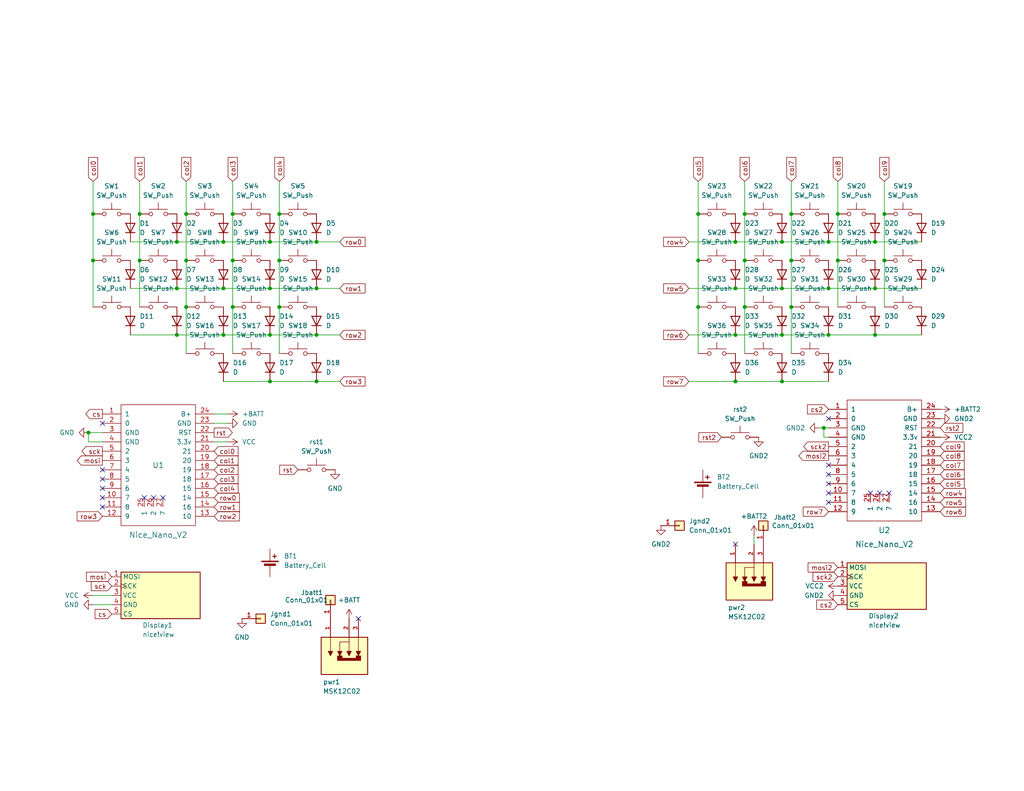
<source format=kicad_sch>
(kicad_sch (version 20231120) (generator "eeschema") (generator_version "8.0")
  (paper "USLetter")
  (title_block (title "LowKey36") (date "2024-11-16") (rev "1.2") (company "mattgilbert.co") (comment 1 "Matt Gilbert"))
  (lib_symbols
    (symbol "Connector_Generic:Conn_01x01" (pin_names (offset 1.016) hide)
      (property "Reference" "J" (at 0 2.54 0))
      (property "Value" "Conn_01x01" (at 0 -2.54 0))
      (symbol "Conn_01x01_1_1"
        (pin passive line (at -5.08 0 0) (length 3.81) (name "Pin_1") (number "1"))
      )
    )
    (symbol "Device:Battery_Cell" (pin_numbers hide) (pin_names (offset 0) hide)
      (property "Reference" "BT" (at 2.54 2.54 0))
      (property "Value" "Battery_Cell" (at 2.54 0 0))
      (symbol "Battery_Cell_1_1"
        (pin passive line (at 0 5.08 270) (length 2.54) (name "+") (number "1"))
        (pin passive line (at 0 -2.54 90) (length 2.54) (name "-") (number "2"))
      )
    )
    (symbol "Device:D" (pin_numbers hide) (pin_names (offset 1.016) hide)
      (property "Reference" "D" (at 0 2.54 0))
      (property "Value" "D" (at 0 -2.54 0))
      (symbol "D_1_1"
        (pin passive line (at -3.81 0 0) (length 2.54) (name "K") (number "1"))
        (pin passive line (at 3.81 0 180) (length 2.54) (name "A") (number "2"))
      )
    )
    (symbol "SSSS811101:SSSS811101" (pin_names (offset 1.016))
      (property "Reference" "S" (at -5.08 5.715 0))
      (property "Value" "SSSS811101" (at -5.08 -10.16 0))
      (symbol "SSSS811101_0_0"
        (pin passive line (at 10.16 2.54 180) (length 5.08) (name "~") (number "1"))
        (pin passive line (at 10.16 -2.54 180) (length 5.08) (name "~") (number "2"))
        (pin passive line (at 10.16 -5.08 180) (length 5.08) (name "~") (number "3"))
      )
    )
    (symbol "ScottoKeebs:MCU_Nice_Nano_V2" (pin_names (offset 1.016))
      (property "Reference" "U" (at 0 0 0))
      (property "Value" "Nice_Nano_V2" (at 0 -19.05 0))
      (symbol "MCU_Nice_Nano_V2_1_1"
        (pin input line (at -15.24 13.97 0) (length 5.08) (name "1") (number "1"))
        (pin input line (at -15.24 -8.89 0) (length 5.08) (name "7") (number "10"))
        (pin input line (at -15.24 -11.43 0) (length 5.08) (name "8") (number "11"))
        (pin input line (at -15.24 -13.97 0) (length 5.08) (name "9") (number "12"))
        (pin input line (at 15.24 -13.97 180) (length 5.08) (name "10") (number "13"))
        (pin input line (at 15.24 -11.43 180) (length 5.08) (name "16") (number "14"))
        (pin input line (at 15.24 -8.89 180) (length 5.08) (name "14") (number "15"))
        (pin input line (at 15.24 -6.35 180) (length 5.08) (name "15") (number "16"))
        (pin input line (at 15.24 -3.81 180) (length 5.08) (name "18") (number "17"))
        (pin input line (at 15.24 -1.27 180) (length 5.08) (name "19") (number "18"))
        (pin input line (at 15.24 1.27 180) (length 5.08) (name "20") (number "19"))
        (pin input line (at -15.24 11.43 0) (length 5.08) (name "0") (number "2"))
        (pin input line (at 15.24 3.81 180) (length 5.08) (name "21") (number "20"))
        (pin input line (at 15.24 6.35 180) (length 5.08) (name "3.3v") (number "21"))
        (pin input line (at 15.24 8.89 180) (length 5.08) (name "RST") (number "22"))
        (pin input line (at 15.24 11.43 180) (length 5.08) (name "GND") (number "23"))
        (pin input line (at 15.24 13.97 180) (length 5.08) (name "B+") (number "24"))
        (pin input line (at -3.81 -8.89 270) (length 2.5) (name "1") (number "25"))
        (pin input line (at -1.27 -8.89 270) (length 2.5) (name "2") (number "26"))
        (pin input line (at 1.27 -8.89 270) (length 2.5) (name "7") (number "27"))
        (pin input line (at -15.24 8.89 0) (length 5.08) (name "GND") (number "3"))
        (pin input line (at -15.24 6.35 0) (length 5.08) (name "GND") (number "4"))
        (pin input line (at -15.24 3.81 0) (length 5.08) (name "2") (number "5"))
        (pin input line (at -15.24 1.27 0) (length 5.08) (name "3") (number "6"))
        (pin input line (at -15.24 -1.27 0) (length 5.08) (name "4") (number "7"))
        (pin input line (at -15.24 -3.81 0) (length 5.08) (name "5") (number "8"))
        (pin input line (at -15.24 -6.35 0) (length 5.08) (name "6") (number "9"))
      )
    )
    (symbol "Switch:SW_Push" (pin_numbers hide) (pin_names (offset 1.016) hide)
      (property "Reference" "SW" (at 1.27 2.54 0))
      (property "Value" "SW_Push" (at 0 -1.524 0))
      (symbol "SW_Push_0_1"
        (pin passive line (at -5.08 0 0) (length 2.54) (name "1") (number "1"))
        (pin passive line (at 5.08 0 180) (length 2.54) (name "2") (number "2"))
      )
    )
    (symbol "nice_view:nice!view"
      (property "Reference" "Display" (at 0 12.7 0))
      (property "Value" "nice!view" (at 0 0 0))
      (symbol "nice!view_1_1"
        (pin input line (at -5.08 -12.7 90) (length 2.54) (name "MOSI") (number "1"))
        (pin input clock (at -2.54 -12.7 90) (length 2.54) (name "SCK") (number "2"))
        (pin power_in line (at 0 -12.7 90) (length 2.54) (name "VCC") (number "3"))
        (pin power_out line (at 2.54 -12.7 90) (length 2.54) (name "GND") (number "4"))
        (pin passive line (at 5.08 -12.7 90) (length 2.54) (name "CS") (number "5"))
      )
    )
    (symbol "power:+BATT" (power) (pin_numbers hide) (pin_names (offset 0) hide)
      (property "Value" "+BATT" (at 0 3.556 0))
      (symbol "+BATT_1_1"
        (pin power_in line (at 0 0 90) (length 0) (name "~") (number "1"))
      )
    )
    (symbol "power:GND" (power) (pin_numbers hide) (pin_names (offset 0) hide)
      (property "Value" "GND" (at 0 -3.81 0))
      (symbol "GND_1_1"
        (pin power_in line (at 0 0 270) (length 0) (name "~") (number "1"))
      )
    )
    (symbol "power:VCC" (power) (pin_numbers hide) (pin_names (offset 0) hide)
      (property "Value" "VCC" (at 0 3.556 0))
      (symbol "VCC_1_1"
        (pin power_in line (at 0 0 90) (length 0) (name "~") (number "1"))
      )
    )
  )
  (junction (at 215.9 71.12))
  (junction (at 63.5 71.12))
  (junction (at 38.1 58.42))
  (junction (at 238.76 78.74))
  (junction (at 228.6 58.42))
  (junction (at 200.66 78.74))
  (junction (at 190.5 71.12))
  (junction (at 50.8 71.12))
  (junction (at 213.36 104.14))
  (junction (at 213.36 91.44))
  (junction (at 203.2 58.42))
  (junction (at 63.5 83.82))
  (junction (at 200.66 91.44))
  (junction (at 76.2 83.82))
  (junction (at 60.96 91.44))
  (junction (at 213.36 78.74))
  (junction (at 203.2 83.82))
  (junction (at 73.66 66.04))
  (junction (at 38.1 71.12))
  (junction (at 50.8 83.82))
  (junction (at 48.26 66.04))
  (junction (at 86.36 104.14))
  (junction (at 73.66 78.74))
  (junction (at 190.5 83.82))
  (junction (at 86.36 78.74))
  (junction (at 48.26 78.74))
  (junction (at 215.9 83.82))
  (junction (at 200.66 104.14))
  (junction (at 73.66 104.14))
  (junction (at 48.26 91.44))
  (junction (at 190.5 58.42))
  (junction (at 86.36 91.44))
  (junction (at 63.5 58.42))
  (junction (at 60.96 66.04))
  (junction (at 241.3 58.42))
  (junction (at 238.76 91.44))
  (junction (at 73.66 91.44))
  (junction (at 241.3 71.12))
  (junction (at 213.36 66.04))
  (junction (at 226.06 66.04))
  (junction (at 76.2 58.42))
  (junction (at 50.8 58.42))
  (junction (at 238.76 66.04))
  (junction (at 25.4 71.12))
  (junction (at 215.9 58.42))
  (junction (at 25.4 58.42))
  (junction (at 76.2 71.12))
  (junction (at 24.13 118.11))
  (junction (at 86.36 66.04))
  (junction (at 228.6 71.12))
  (junction (at 224.79 116.84))
  (junction (at 203.2 71.12))
  (junction (at 60.96 78.74))
  (junction (at 226.06 91.44))
  (junction (at 200.66 66.04))
  (junction (at 226.06 78.74))
  (no_connect (at 226.06 137.16))
  (no_connect (at 27.94 130.81))
  (no_connect (at 242.57 134.62))
  (no_connect (at 240.03 134.62))
  (no_connect (at 237.49 134.62))
  (no_connect (at 27.94 135.89))
  (no_connect (at 41.91 135.89))
  (no_connect (at 200.66 148.59))
  (no_connect (at 27.94 115.57))
  (no_connect (at 226.06 134.62))
  (no_connect (at 226.06 129.54))
  (no_connect (at 44.45 135.89))
  (no_connect (at 39.37 135.89))
  (no_connect (at 226.06 127))
  (no_connect (at 226.06 132.08))
  (no_connect (at 97.79 168.91))
  (no_connect (at 27.94 133.35))
  (no_connect (at 27.94 128.27))
  (no_connect (at 27.94 138.43))
  (no_connect (at 226.06 114.3))
  (wire (pts (xy 203.2 58.42) (xy 203.2 71.12)))
  (wire (pts (xy 60.96 104.14) (xy 73.66 104.14)))
  (wire (pts (xy 213.36 91.44) (xy 226.06 91.44)))
  (wire (pts (xy 228.6 49.53) (xy 228.6 58.42)))
  (wire (pts (xy 228.6 58.42) (xy 228.6 71.12)))
  (wire (pts (xy 200.66 78.74) (xy 213.36 78.74)))
  (wire (pts (xy 63.5 58.42) (xy 63.5 71.12)))
  (wire (pts (xy 187.96 78.74) (xy 200.66 78.74)))
  (wire (pts (xy 213.36 104.14) (xy 226.06 104.14)))
  (wire (pts (xy 35.56 66.04) (xy 48.26 66.04)))
  (wire (pts (xy 203.2 83.82) (xy 203.2 96.52)))
  (wire (pts (xy 200.66 91.44) (xy 213.36 91.44)))
  (wire (pts (xy 50.8 83.82) (xy 50.8 96.52)))
  (wire (pts (xy 213.36 66.04) (xy 226.06 66.04)))
  (wire (pts (xy 187.96 66.04) (xy 200.66 66.04)))
  (wire (pts (xy 241.3 71.12) (xy 241.3 83.82)))
  (wire (pts (xy 187.96 91.44) (xy 200.66 91.44)))
  (wire (pts (xy 76.2 58.42) (xy 76.2 71.12)))
  (wire (pts (xy 203.2 49.53) (xy 203.2 58.42)))
  (wire (pts (xy 86.36 91.44) (xy 92.71 91.44)))
  (wire (pts (xy 86.36 104.14) (xy 92.71 104.14)))
  (wire (pts (xy 60.96 66.04) (xy 73.66 66.04)))
  (wire (pts (xy 25.4 165.1) (xy 30.48 165.1)))
  (wire (pts (xy 25.4 49.53) (xy 25.4 58.42)))
  (wire (pts (xy 215.9 83.82) (xy 215.9 96.52)))
  (wire (pts (xy 238.76 91.44) (xy 251.46 91.44)))
  (wire (pts (xy 63.5 83.82) (xy 63.5 96.52)))
  (wire (pts (xy 25.4 162.56) (xy 30.48 162.56)))
  (wire (pts (xy 190.5 83.82) (xy 190.5 96.52)))
  (wire (pts (xy 238.76 66.04) (xy 251.46 66.04)))
  (wire (pts (xy 73.66 104.14) (xy 86.36 104.14)))
  (wire (pts (xy 25.4 71.12) (xy 25.4 83.82)))
  (wire (pts (xy 215.9 58.42) (xy 215.9 71.12)))
  (wire (pts (xy 226.06 91.44) (xy 238.76 91.44)))
  (wire (pts (xy 76.2 49.53) (xy 76.2 58.42)))
  (wire (pts (xy 200.66 66.04) (xy 213.36 66.04)))
  (wire (pts (xy 27.94 120.65) (xy 24.13 120.65)))
  (wire (pts (xy 48.26 91.44) (xy 60.96 91.44)))
  (wire (pts (xy 76.2 71.12) (xy 76.2 83.82)))
  (wire (pts (xy 62.23 115.57) (xy 58.42 115.57)))
  (wire (pts (xy 60.96 78.74) (xy 73.66 78.74)))
  (wire (pts (xy 190.5 71.12) (xy 190.5 83.82)))
  (wire (pts (xy 86.36 78.74) (xy 92.71 78.74)))
  (wire (pts (xy 24.13 120.65) (xy 24.13 118.11)))
  (wire (pts (xy 203.2 71.12) (xy 203.2 83.82)))
  (wire (pts (xy 226.06 78.74) (xy 238.76 78.74)))
  (wire (pts (xy 73.66 91.44) (xy 86.36 91.44)))
  (wire (pts (xy 86.36 66.04) (xy 92.71 66.04)))
  (wire (pts (xy 35.56 91.44) (xy 48.26 91.44)))
  (wire (pts (xy 215.9 49.53) (xy 215.9 58.42)))
  (wire (pts (xy 50.8 58.42) (xy 50.8 71.12)))
  (wire (pts (xy 190.5 49.53) (xy 190.5 58.42)))
  (wire (pts (xy 50.8 71.12) (xy 50.8 83.82)))
  (wire (pts (xy 62.23 120.65) (xy 58.42 120.65)))
  (wire (pts (xy 60.96 91.44) (xy 73.66 91.44)))
  (wire (pts (xy 38.1 71.12) (xy 38.1 83.82)))
  (wire (pts (xy 63.5 71.12) (xy 63.5 83.82)))
  (wire (pts (xy 35.56 78.74) (xy 48.26 78.74)))
  (wire (pts (xy 224.79 119.38) (xy 224.79 116.84)))
  (wire (pts (xy 38.1 58.42) (xy 38.1 71.12)))
  (wire (pts (xy 226.06 119.38) (xy 224.79 119.38)))
  (wire (pts (xy 238.76 78.74) (xy 251.46 78.74)))
  (wire (pts (xy 48.26 66.04) (xy 60.96 66.04)))
  (wire (pts (xy 24.13 118.11) (xy 27.94 118.11)))
  (wire (pts (xy 223.52 116.84) (xy 224.79 116.84)))
  (wire (pts (xy 50.8 49.53) (xy 50.8 58.42)))
  (wire (pts (xy 224.79 116.84) (xy 226.06 116.84)))
  (wire (pts (xy 25.4 58.42) (xy 25.4 71.12)))
  (wire (pts (xy 215.9 71.12) (xy 215.9 83.82)))
  (wire (pts (xy 205.74 146.05) (xy 205.74 148.59)))
  (wire (pts (xy 73.66 78.74) (xy 86.36 78.74)))
  (wire (pts (xy 241.3 58.42) (xy 241.3 71.12)))
  (wire (pts (xy 38.1 49.53) (xy 38.1 58.42)))
  (wire (pts (xy 190.5 58.42) (xy 190.5 71.12)))
  (wire (pts (xy 48.26 78.74) (xy 60.96 78.74)))
  (wire (pts (xy 213.36 78.74) (xy 226.06 78.74)))
  (wire (pts (xy 187.96 104.14) (xy 200.66 104.14)))
  (wire (pts (xy 226.06 66.04) (xy 238.76 66.04)))
  (wire (pts (xy 62.23 113.03) (xy 58.42 113.03)))
  (wire (pts (xy 73.66 66.04) (xy 86.36 66.04)))
  (wire (pts (xy 63.5 49.53) (xy 63.5 58.42)))
  (wire (pts (xy 228.6 71.12) (xy 228.6 83.82)))
  (wire (pts (xy 200.66 104.14) (xy 213.36 104.14)))
  (wire (pts (xy 76.2 83.82) (xy 76.2 96.52)))
  (wire (pts (xy 241.3 49.53) (xy 241.3 58.42)))
  (global_label "row0" (shape input) (at 92.71 66.04 0) (property "Intersheetrefs" "${INTERSHEET_REFS}" (effects (hide yes))))
  (global_label "mosi2" (shape output) (at 226.06 124.46 180) (property "Intersheetrefs" "${INTERSHEET_REFS}" (effects (hide yes))))
  (global_label "col2" (shape input) (at 50.8 49.53 90) (property "Intersheetrefs" "${INTERSHEET_REFS}" (effects (hide yes))))
  (global_label "sck2" (shape input) (at 228.6 157.48 180) (property "Intersheetrefs" "${INTERSHEET_REFS}" (effects (hide yes))))
  (global_label "row7" (shape input) (at 187.96 104.14 180) (property "Intersheetrefs" "${INTERSHEET_REFS}" (effects (hide yes))))
  (global_label "col6" (shape input) (at 256.54 129.54 0) (property "Intersheetrefs" "${INTERSHEET_REFS}" (effects (hide yes))))
  (global_label "col3" (shape input) (at 58.42 130.81 0) (property "Intersheetrefs" "${INTERSHEET_REFS}" (effects (hide yes))))
  (global_label "col7" (shape input) (at 256.54 127 0) (property "Intersheetrefs" "${INTERSHEET_REFS}" (effects (hide yes))))
  (global_label "mosi" (shape input) (at 30.48 157.48 180) (property "Intersheetrefs" "${INTERSHEET_REFS}" (effects (hide yes))))
  (global_label "row4" (shape input) (at 256.54 134.62 0) (property "Intersheetrefs" "${INTERSHEET_REFS}" (effects (hide yes))))
  (global_label "row0" (shape input) (at 58.42 135.89 0) (property "Intersheetrefs" "${INTERSHEET_REFS}" (effects (hide yes))))
  (global_label "sck2" (shape output) (at 226.06 121.92 180) (property "Intersheetrefs" "${INTERSHEET_REFS}" (effects (hide yes))))
  (global_label "mosi" (shape output) (at 27.94 125.73 180) (property "Intersheetrefs" "${INTERSHEET_REFS}" (effects (hide yes))))
  (global_label "row6" (shape input) (at 187.96 91.44 180) (property "Intersheetrefs" "${INTERSHEET_REFS}" (effects (hide yes))))
  (global_label "row3" (shape input) (at 92.71 104.14 0) (property "Intersheetrefs" "${INTERSHEET_REFS}" (effects (hide yes))))
  (global_label "mosi2" (shape input) (at 228.6 154.94 180) (property "Intersheetrefs" "${INTERSHEET_REFS}" (effects (hide yes))))
  (global_label "rst2" (shape input) (at 256.54 116.84 0) (property "Intersheetrefs" "${INTERSHEET_REFS}" (effects (hide yes))))
  (global_label "rst" (shape input) (at 81.28 128.27 180) (property "Intersheetrefs" "${INTERSHEET_REFS}" (effects (hide yes))))
  (global_label "sck" (shape input) (at 30.48 160.02 180) (property "Intersheetrefs" "${INTERSHEET_REFS}" (effects (hide yes))))
  (global_label "col5" (shape input) (at 256.54 132.08 0) (property "Intersheetrefs" "${INTERSHEET_REFS}" (effects (hide yes))))
  (global_label "col9" (shape input) (at 241.3 49.53 90) (property "Intersheetrefs" "${INTERSHEET_REFS}" (effects (hide yes))))
  (global_label "col6" (shape input) (at 203.2 49.53 90) (property "Intersheetrefs" "${INTERSHEET_REFS}" (effects (hide yes))))
  (global_label "rst2" (shape input) (at 196.85 119.38 180) (property "Intersheetrefs" "${INTERSHEET_REFS}" (effects (hide yes))))
  (global_label "cs2" (shape input) (at 228.6 165.1 180) (property "Intersheetrefs" "${INTERSHEET_REFS}" (effects (hide yes))))
  (global_label "row5" (shape input) (at 187.96 78.74 180) (property "Intersheetrefs" "${INTERSHEET_REFS}" (effects (hide yes))))
  (global_label "row2" (shape input) (at 58.42 140.97 0) (property "Intersheetrefs" "${INTERSHEET_REFS}" (effects (hide yes))))
  (global_label "cs" (shape output) (at 27.94 113.03 180) (property "Intersheetrefs" "${INTERSHEET_REFS}" (effects (hide yes))))
  (global_label "row5" (shape input) (at 256.54 137.16 0) (property "Intersheetrefs" "${INTERSHEET_REFS}" (effects (hide yes))))
  (global_label "col0" (shape input) (at 58.42 123.19 0) (property "Intersheetrefs" "${INTERSHEET_REFS}" (effects (hide yes))))
  (global_label "col1" (shape input) (at 58.42 125.73 0) (property "Intersheetrefs" "${INTERSHEET_REFS}" (effects (hide yes))))
  (global_label "sck" (shape output) (at 27.94 123.19 180) (property "Intersheetrefs" "${INTERSHEET_REFS}" (effects (hide yes))))
  (global_label "row3" (shape input) (at 27.94 140.97 180) (property "Intersheetrefs" "${INTERSHEET_REFS}" (effects (hide yes))))
  (global_label "col4" (shape input) (at 76.2 49.53 90) (property "Intersheetrefs" "${INTERSHEET_REFS}" (effects (hide yes))))
  (global_label "cs" (shape input) (at 30.48 167.64 180) (property "Intersheetrefs" "${INTERSHEET_REFS}" (effects (hide yes))))
  (global_label "col2" (shape input) (at 58.42 128.27 0) (property "Intersheetrefs" "${INTERSHEET_REFS}" (effects (hide yes))))
  (global_label "col8" (shape input) (at 256.54 124.46 0) (property "Intersheetrefs" "${INTERSHEET_REFS}" (effects (hide yes))))
  (global_label "col9" (shape input) (at 256.54 121.92 0) (property "Intersheetrefs" "${INTERSHEET_REFS}" (effects (hide yes))))
  (global_label "row4" (shape input) (at 187.96 66.04 180) (property "Intersheetrefs" "${INTERSHEET_REFS}" (effects (hide yes))))
  (global_label "col0" (shape input) (at 25.4 49.53 90) (property "Intersheetrefs" "${INTERSHEET_REFS}" (effects (hide yes))))
  (global_label "row1" (shape input) (at 58.42 138.43 0) (property "Intersheetrefs" "${INTERSHEET_REFS}" (effects (hide yes))))
  (global_label "col4" (shape input) (at 58.42 133.35 0) (property "Intersheetrefs" "${INTERSHEET_REFS}" (effects (hide yes))))
  (global_label "row1" (shape input) (at 92.71 78.74 0) (property "Intersheetrefs" "${INTERSHEET_REFS}" (effects (hide yes))))
  (global_label "rst" (shape output) (at 58.42 118.11 0) (property "Intersheetrefs" "${INTERSHEET_REFS}" (effects (hide yes))))
  (global_label "cs2" (shape input) (at 226.06 111.76 180) (property "Intersheetrefs" "${INTERSHEET_REFS}" (effects (hide yes))))
  (global_label "col7" (shape input) (at 215.9 49.53 90) (property "Intersheetrefs" "${INTERSHEET_REFS}" (effects (hide yes))))
  (global_label "row2" (shape input) (at 92.71 91.44 0) (property "Intersheetrefs" "${INTERSHEET_REFS}" (effects (hide yes))))
  (global_label "col3" (shape input) (at 63.5 49.53 90) (property "Intersheetrefs" "${INTERSHEET_REFS}" (effects (hide yes))))
  (global_label "col5" (shape input) (at 190.5 49.53 90) (property "Intersheetrefs" "${INTERSHEET_REFS}" (effects (hide yes))))
  (global_label "row6" (shape input) (at 256.54 139.7 0) (property "Intersheetrefs" "${INTERSHEET_REFS}" (effects (hide yes))))
  (global_label "row7" (shape input) (at 226.06 139.7 180) (property "Intersheetrefs" "${INTERSHEET_REFS}" (effects (hide yes))))
  (global_label "col8" (shape input) (at 228.6 49.53 90) (property "Intersheetrefs" "${INTERSHEET_REFS}" (effects (hide yes))))
  (global_label "col1" (shape input) (at 38.1 49.53 90) (property "Intersheetrefs" "${INTERSHEET_REFS}" (effects (hide yes))))
  (symbol (lib_id "Switch:SW_Push") (at 233.68 83.82 0) (unit 1)
    (property "Reference" "SW30" (at 233.68 76.2 0))
    (property "Value" "SW_Push" (at 233.68 78.74 0))
    (property "Footprint" "PG1316S:CPG1316S01D02" (effects (hide yes)))
    (property "Description" "Push button switch, generic, two pins" (effects (hide yes)))
  )
  (symbol (lib_id "Connector_Generic:Conn_01x01") (at 71.12 168.91 0) (unit 1)
    (property "Reference" "Jgnd1" (at 73.66 167.6399 0) (effects (justify left)))
    (property "Value" "Conn_01x01" (at 73.66 170.1799 0) (effects (justify left)))
    (property "Footprint" "Connector_Wire:SolderWirePad_1x01_SMD_1x2mm" (effects (hide yes)))
    (property "Description" "Generic connector, single row, 01x01, script generated (kicad-library-utils/schlib/autogen/connector/)" (effects (hide yes)))
  )
  (symbol (lib_id "Device:D") (at 213.36 74.93 90) (unit 1)
    (property "Reference" "D27" (at 215.9 73.6599 90) (effects (justify right)))
    (property "Value" "D" (at 215.9 76.1999 90) (effects (justify right)))
    (property "Footprint" "Diode_SMD:D_SOD-123" (effects (hide yes)))
    (property "Description" "Diode" (effects (hide yes)))
    (property "Sim.Device" "D" (effects (hide yes)))
    (property "Sim.Pins" "1=K 2=A" (effects (hide yes)))
  )
  (symbol (lib_id "Device:D") (at 213.36 87.63 90) (unit 1)
    (property "Reference" "D32" (at 215.9 86.3599 90) (effects (justify right)))
    (property "Value" "D" (at 215.9 88.8999 90) (effects (justify right)))
    (property "Footprint" "Diode_SMD:D_SOD-123" (effects (hide yes)))
    (property "Description" "Diode" (effects (hide yes)))
    (property "Sim.Device" "D" (effects (hide yes)))
    (property "Sim.Pins" "1=K 2=A" (effects (hide yes)))
  )
  (symbol (lib_id "Switch:SW_Push") (at 30.48 58.42 0) (unit 1)
    (property "Reference" "SW1" (at 30.48 50.8 0))
    (property "Value" "SW_Push" (at 30.48 53.34 0))
    (property "Footprint" "PG1316S:CPG1316S01D02" (effects (hide yes)))
    (property "Description" "Push button switch, generic, two pins" (effects (hide yes)))
  )
  (symbol (lib_id "power:+BATT") (at 256.54 111.76 270) (unit 1)
    (property "Reference" "#PWR013" (effects (hide yes)))
    (property "Value" "+BATT2" (at 260.35 111.7599 90) (effects (justify left)))
    (property "Description" "Power symbol creates a global label with name \"+BATT\"" (effects (hide yes)))
  )
  (symbol (lib_id "Switch:SW_Push") (at 208.28 71.12 0) (unit 1)
    (property "Reference" "SW27" (at 208.28 63.5 0))
    (property "Value" "SW_Push" (at 208.28 66.04 0))
    (property "Footprint" "PG1316S:CPG1316S01D02" (effects (hide yes)))
    (property "Description" "Push button switch, generic, two pins" (effects (hide yes)))
  )
  (symbol (lib_id "Switch:SW_Push") (at 208.28 96.52 0) (unit 1)
    (property "Reference" "SW35" (at 208.28 88.9 0))
    (property "Value" "SW_Push" (at 208.28 91.44 0))
    (property "Footprint" "PG1316S:CPG1316S-1.5w" (effects (hide yes)))
    (property "Description" "Push button switch, generic, two pins" (effects (hide yes)))
  )
  (symbol (lib_id "Connector_Generic:Conn_01x01") (at 208.28 143.51 90) (unit 1)
    (property "Reference" "Jbatt2" (at 211.074 141.224 90) (effects (justify right)))
    (property "Value" "Conn_01x01" (at 210.566 143.51 90) (effects (justify right)))
    (property "Footprint" "Connector_Wire:SolderWirePad_1x01_SMD_1x2mm" (effects (hide yes)))
    (property "Description" "Generic connector, single row, 01x01, script generated (kicad-library-utils/schlib/autogen/connector/)" (effects (hide yes)))
  )
  (symbol (lib_id "power:GND") (at 66.04 168.91 0) (unit 1)
    (property "Reference" "#PWR03" (effects (hide yes)))
    (property "Value" "GND" (at 66.04 173.99 0))
    (property "Description" "Power symbol creates a global label with name \"GND\" , ground" (effects (hide yes)))
  )
  (symbol (lib_id "nice_view:nice!view") (at 241.3 160.02 270) (unit 1)
    (property "Reference" "Display2" (at 236.982 168.148 90) (effects (justify left)))
    (property "Value" "nice!view" (at 236.982 170.688 90) (effects (justify left)))
    (property "Footprint" "nice_view:nice_view" (effects (hide yes)))
    (property "Datasheet" "https://nicekeyboards.com/docs/nice-view/pinout-schematic" (effects (hide yes)))
    (property "Description" "Sharp LS011B7DH03 Memory in Pixel 160x68" (effects (hide yes)))
  )
  (symbol (lib_id "ScottoKeebs:MCU_Nice_Nano_V2") (at 241.3 125.73 0) (unit 1)
    (property "Reference" "U2" (at 241.3 144.78 0) (effects (font (size 1.524 1.524))))
    (property "Value" "Nice_Nano_V2" (at 241.3 148.59 0) (effects (font (size 1.524 1.524))))
    (property "Footprint" "nice-nano-kicad:nice_nano" (effects (hide yes)))
  )
  (symbol (lib_id "Switch:SW_Push") (at 195.58 83.82 0) (unit 1)
    (property "Reference" "SW33" (at 195.58 76.2 0))
    (property "Value" "SW_Push" (at 195.58 78.74 0))
    (property "Footprint" "PG1316S:CPG1316S01D02" (effects (hide yes)))
    (property "Description" "Push button switch, generic, two pins" (effects (hide yes)))
  )
  (symbol (lib_id "power:VCC") (at 62.23 120.65 270) (unit 1)
    (property "Reference" "#PWR09" (effects (hide yes)))
    (property "Value" "VCC" (at 66.04 120.6499 90) (effects (justify left)))
    (property "Description" "Power symbol creates a global label with name \"VCC\"" (effects (hide yes)))
  )
  (symbol (lib_id "Switch:SW_Push") (at 233.68 71.12 0) (unit 1)
    (property "Reference" "SW25" (at 233.68 63.5 0))
    (property "Value" "SW_Push" (at 233.68 66.04 0))
    (property "Footprint" "PG1316S:CPG1316S01D02" (effects (hide yes)))
    (property "Description" "Push button switch, generic, two pins" (effects (hide yes)))
  )
  (symbol (lib_id "Device:D") (at 35.56 74.93 90) (unit 1)
    (property "Reference" "D6" (at 38.1 73.6599 90) (effects (justify right)))
    (property "Value" "D" (at 38.1 76.1999 90) (effects (justify right)))
    (property "Footprint" "Diode_SMD:D_SOD-123" (effects (hide yes)))
    (property "Description" "Diode" (effects (hide yes)))
    (property "Sim.Device" "D" (effects (hide yes)))
    (property "Sim.Pins" "1=K 2=A" (effects (hide yes)))
  )
  (symbol (lib_id "Switch:SW_Push") (at 30.48 83.82 0) (unit 1)
    (property "Reference" "SW11" (at 30.48 76.2 0))
    (property "Value" "SW_Push" (at 30.48 78.74 0))
    (property "Footprint" "PG1316S:CPG1316S01D02" (effects (hide yes)))
    (property "Description" "Push button switch, generic, two pins" (effects (hide yes)))
  )
  (symbol (lib_id "SSSS811101:SSSS811101") (at 203.2 158.75 90) (unit 1)
    (property "Reference" "pwr2" (at 198.628 165.862 90) (effects (justify right)))
    (property "Value" "MSK12C02" (at 198.628 168.402 90) (effects (justify right)))
    (property "Footprint" "SSSS811101:SW_SSSS811101" (effects (hide yes)))
    (property "MF" "ALPS" (effects (hide yes)))
    (property "MAXIMUM_PACKAGE_HEIGHT" "1.60 mm" (effects (hide yes)))
    (property "Package" "None" (effects (hide yes)))
    (property "Price" "None" (effects (hide yes)))
    (property "Check_prices" "https://www.snapeda.com/parts/SSSS811101/ALPS/view-part/?ref=eda" (effects (hide yes)))
    (property "STANDARD" "Manufacturer Recommendations" (effects (hide yes)))
    (property "PARTREV" "N/A" (effects (hide yes)))
    (property "SnapEDA_Link" "https://www.snapeda.com/parts/SSSS811101/ALPS/view-part/?ref=snap" (effects (hide yes)))
    (property "MP" "SSSS811101" (effects (hide yes)))
    (property "Purchase-URL" "https://www.snapeda.com/api/url_track_click_mouser/?unipart_id=430970&manufacturer=ALPS&part_name=SSSS811101&search_term=None" (effects (hide yes)))
    (property "Description_1" "\nSwitch Slide SP Side Slide 0.3A 5VDC 10000Cycles Gull Wing SMD T/R\n" (effects (hide yes)))
    (property "Availability" "In Stock" (effects (hide yes)))
    (property "MANUFACTURER" "ALPS" (effects (hide yes)))
  )
  (symbol (lib_id "Device:D") (at 251.46 87.63 90) (unit 1)
    (property "Reference" "D29" (at 254 86.3599 90) (effects (justify right)))
    (property "Value" "D" (at 254 88.8999 90) (effects (justify right)))
    (property "Footprint" "Diode_SMD:D_SOD-123" (effects (hide yes)))
    (property "Description" "Diode" (effects (hide yes)))
    (property "Sim.Device" "D" (effects (hide yes)))
    (property "Sim.Pins" "1=K 2=A" (effects (hide yes)))
  )
  (symbol (lib_id "Switch:SW_Push") (at 55.88 83.82 0) (unit 1)
    (property "Reference" "SW13" (at 55.88 76.2 0))
    (property "Value" "SW_Push" (at 55.88 78.74 0))
    (property "Footprint" "PG1316S:CPG1316S01D02" (effects (hide yes)))
    (property "Description" "Push button switch, generic, two pins" (effects (hide yes)))
  )
  (symbol (lib_id "Device:D") (at 86.36 87.63 90) (unit 1)
    (property "Reference" "D15" (at 88.9 86.3599 90) (effects (justify right)))
    (property "Value" "D" (at 88.9 88.8999 90) (effects (justify right)))
    (property "Footprint" "Diode_SMD:D_SOD-123" (effects (hide yes)))
    (property "Description" "Diode" (effects (hide yes)))
    (property "Sim.Device" "D" (effects (hide yes)))
    (property "Sim.Pins" "1=K 2=A" (effects (hide yes)))
  )
  (symbol (lib_id "power:VCC") (at 256.54 119.38 270) (unit 1)
    (property "Reference" "#PWR016" (effects (hide yes)))
    (property "Value" "VCC2" (at 260.35 119.3799 90) (effects (justify left)))
    (property "Description" "Power symbol creates a global label with name \"VCC\"" (effects (hide yes)))
  )
  (symbol (lib_id "Switch:SW_Push") (at 220.98 58.42 0) (unit 1)
    (property "Reference" "SW21" (at 220.98 50.8 0))
    (property "Value" "SW_Push" (at 220.98 53.34 0))
    (property "Footprint" "PG1316S:CPG1316S01D02" (effects (hide yes)))
    (property "Description" "Push button switch, generic, two pins" (effects (hide yes)))
  )
  (symbol (lib_id "Switch:SW_Push") (at 195.58 96.52 0) (unit 1)
    (property "Reference" "SW36" (at 195.58 88.9 0))
    (property "Value" "SW_Push" (at 195.58 91.44 0))
    (property "Footprint" "PG1316S:CPG1316S-1.5w" (effects (hide yes)))
    (property "Description" "Push button switch, generic, two pins" (effects (hide yes)))
  )
  (symbol (lib_id "Switch:SW_Push") (at 233.68 58.42 0) (unit 1)
    (property "Reference" "SW20" (at 233.68 50.8 0))
    (property "Value" "SW_Push" (at 233.68 53.34 0))
    (property "Footprint" "PG1316S:CPG1316S01D02" (effects (hide yes)))
    (property "Description" "Push button switch, generic, two pins" (effects (hide yes)))
  )
  (symbol (lib_id "Device:Battery_Cell") (at 73.66 154.94 0) (unit 1) (on_board no)
    (property "Reference" "BT1" (at 77.47 151.8284 0) (effects (justify left)))
    (property "Value" "Battery_Cell" (at 77.47 154.3684 0) (effects (justify left)))
    (property "Description" "Single-cell battery" (effects (hide yes)))
  )
  (symbol (lib_id "Device:D") (at 238.76 62.23 90) (unit 1)
    (property "Reference" "D20" (at 241.3 60.9599 90) (effects (justify right)))
    (property "Value" "D" (at 241.3 63.4999 90) (effects (justify right)))
    (property "Footprint" "Diode_SMD:D_SOD-123" (effects (hide yes)))
    (property "Description" "Diode" (effects (hide yes)))
    (property "Sim.Device" "D" (effects (hide yes)))
    (property "Sim.Pins" "1=K 2=A" (effects (hide yes)))
  )
  (symbol (lib_id "Device:D") (at 213.36 100.33 90) (unit 1)
    (property "Reference" "D35" (at 215.9 99.0599 90) (effects (justify right)))
    (property "Value" "D" (at 215.9 101.5999 90) (effects (justify right)))
    (property "Footprint" "Diode_SMD:D_SOD-123" (effects (hide yes)))
    (property "Description" "Diode" (effects (hide yes)))
    (property "Sim.Device" "D" (effects (hide yes)))
    (property "Sim.Pins" "1=K 2=A" (effects (hide yes)))
  )
  (symbol (lib_id "Device:D") (at 251.46 74.93 90) (unit 1)
    (property "Reference" "D24" (at 254 73.6599 90) (effects (justify right)))
    (property "Value" "D" (at 254 76.1999 90) (effects (justify right)))
    (property "Footprint" "Diode_SMD:D_SOD-123" (effects (hide yes)))
    (property "Description" "Diode" (effects (hide yes)))
    (property "Sim.Device" "D" (effects (hide yes)))
    (property "Sim.Pins" "1=K 2=A" (effects (hide yes)))
  )
  (symbol (lib_id "Device:D") (at 86.36 62.23 90) (unit 1)
    (property "Reference" "D5" (at 88.9 60.9599 90) (effects (justify right)))
    (property "Value" "D" (at 88.9 63.4999 90) (effects (justify right)))
    (property "Footprint" "Diode_SMD:D_SOD-123" (effects (hide yes)))
    (property "Description" "Diode" (effects (hide yes)))
    (property "Sim.Device" "D" (effects (hide yes)))
    (property "Sim.Pins" "1=K 2=A" (effects (hide yes)))
  )
  (symbol (lib_id "Device:D") (at 226.06 87.63 90) (unit 1)
    (property "Reference" "D31" (at 228.6 86.3599 90) (effects (justify right)))
    (property "Value" "D" (at 228.6 88.8999 90) (effects (justify right)))
    (property "Footprint" "Diode_SMD:D_SOD-123" (effects (hide yes)))
    (property "Description" "Diode" (effects (hide yes)))
    (property "Sim.Device" "D" (effects (hide yes)))
    (property "Sim.Pins" "1=K 2=A" (effects (hide yes)))
  )
  (symbol (lib_id "Switch:SW_Push") (at 55.88 71.12 0) (unit 1)
    (property "Reference" "SW8" (at 55.88 63.5 0))
    (property "Value" "SW_Push" (at 55.88 66.04 0))
    (property "Footprint" "PG1316S:CPG1316S01D02" (effects (hide yes)))
    (property "Description" "Push button switch, generic, two pins" (effects (hide yes)))
  )
  (symbol (lib_id "Device:D") (at 60.96 62.23 90) (unit 1)
    (property "Reference" "D3" (at 63.5 60.9599 90) (effects (justify right)))
    (property "Value" "D" (at 63.5 63.4999 90) (effects (justify right)))
    (property "Footprint" "Diode_SMD:D_SOD-123" (effects (hide yes)))
    (property "Description" "Diode" (effects (hide yes)))
    (property "Sim.Device" "D" (effects (hide yes)))
    (property "Sim.Pins" "1=K 2=A" (effects (hide yes)))
  )
  (symbol (lib_id "Device:D") (at 48.26 62.23 90) (unit 1)
    (property "Reference" "D2" (at 50.8 60.9599 90) (effects (justify right)))
    (property "Value" "D" (at 50.8 63.4999 90) (effects (justify right)))
    (property "Footprint" "Diode_SMD:D_SOD-123" (effects (hide yes)))
    (property "Description" "Diode" (effects (hide yes)))
    (property "Sim.Device" "D" (effects (hide yes)))
    (property "Sim.Pins" "1=K 2=A" (effects (hide yes)))
  )
  (symbol (lib_id "Switch:SW_Push") (at 68.58 83.82 0) (unit 1)
    (property "Reference" "SW14" (at 68.58 76.2 0))
    (property "Value" "SW_Push" (at 68.58 78.74 0))
    (property "Footprint" "PG1316S:CPG1316S01D02" (effects (hide yes)))
    (property "Description" "Push button switch, generic, two pins" (effects (hide yes)))
  )
  (symbol (lib_id "Switch:SW_Push") (at 220.98 71.12 0) (unit 1)
    (property "Reference" "SW26" (at 220.98 63.5 0))
    (property "Value" "SW_Push" (at 220.98 66.04 0))
    (property "Footprint" "PG1316S:CPG1316S01D02" (effects (hide yes)))
    (property "Description" "Push button switch, generic, two pins" (effects (hide yes)))
  )
  (symbol (lib_id "Switch:SW_Push") (at 68.58 96.52 0) (unit 1)
    (property "Reference" "SW17" (at 68.58 88.9 0))
    (property "Value" "SW_Push" (at 68.58 91.44 0))
    (property "Footprint" "PG1316S:CPG1316S-1.5w" (effects (hide yes)))
    (property "Description" "Push button switch, generic, two pins" (effects (hide yes)))
  )
  (symbol (lib_id "Switch:SW_Push") (at 55.88 96.52 0) (unit 1)
    (property "Reference" "SW16" (at 55.88 88.9 0))
    (property "Value" "SW_Push" (at 55.88 91.44 0))
    (property "Footprint" "PG1316S:CPG1316S01D02" (effects (hide yes)))
    (property "Description" "Push button switch, generic, two pins" (effects (hide yes)))
  )
  (symbol (lib_id "power:GND") (at 228.6 162.56 270) (unit 1)
    (property "Reference" "#PWR017" (effects (hide yes)))
    (property "Value" "GND2" (at 224.79 162.5599 90) (effects (justify right)))
    (property "Description" "Power symbol creates a global label with name \"GND\" , ground" (effects (hide yes)))
  )
  (symbol (lib_id "Device:D") (at 73.66 74.93 90) (unit 1)
    (property "Reference" "D9" (at 76.2 73.6599 90) (effects (justify right)))
    (property "Value" "D" (at 76.2 76.1999 90) (effects (justify right)))
    (property "Footprint" "Diode_SMD:D_SOD-123" (effects (hide yes)))
    (property "Description" "Diode" (effects (hide yes)))
    (property "Sim.Device" "D" (effects (hide yes)))
    (property "Sim.Pins" "1=K 2=A" (effects (hide yes)))
  )
  (symbol (lib_id "Switch:SW_Push") (at 81.28 58.42 0) (unit 1)
    (property "Reference" "SW5" (at 81.28 50.8 0))
    (property "Value" "SW_Push" (at 81.28 53.34 0))
    (property "Footprint" "PG1316S:CPG1316S01D02" (effects (hide yes)))
    (property "Description" "Push button switch, generic, two pins" (effects (hide yes)))
  )
  (symbol (lib_id "Device:D") (at 35.56 62.23 90) (unit 1)
    (property "Reference" "D1" (at 38.1 60.9599 90) (effects (justify right)))
    (property "Value" "D" (at 38.1 63.4999 90) (effects (justify right)))
    (property "Footprint" "Diode_SMD:D_SOD-123" (effects (hide yes)))
    (property "Description" "Diode" (effects (hide yes)))
    (property "Sim.Device" "D" (effects (hide yes)))
    (property "Sim.Pins" "1=K 2=A" (effects (hide yes)))
  )
  (symbol (lib_id "Device:D") (at 60.96 87.63 90) (unit 1)
    (property "Reference" "D13" (at 63.5 86.3599 90) (effects (justify right)))
    (property "Value" "D" (at 63.5 88.8999 90) (effects (justify right)))
    (property "Footprint" "Diode_SMD:D_SOD-123" (effects (hide yes)))
    (property "Description" "Diode" (effects (hide yes)))
    (property "Sim.Device" "D" (effects (hide yes)))
    (property "Sim.Pins" "1=K 2=A" (effects (hide yes)))
  )
  (symbol (lib_id "Switch:SW_Push") (at 30.48 71.12 0) (unit 1)
    (property "Reference" "SW6" (at 30.48 63.5 0))
    (property "Value" "SW_Push" (at 30.48 66.04 0))
    (property "Footprint" "PG1316S:CPG1316S01D02" (effects (hide yes)))
    (property "Description" "Push button switch, generic, two pins" (effects (hide yes)))
  )
  (symbol (lib_id "Device:D") (at 73.66 87.63 90) (unit 1)
    (property "Reference" "D14" (at 76.2 86.3599 90) (effects (justify right)))
    (property "Value" "D" (at 76.2 88.8999 90) (effects (justify right)))
    (property "Footprint" "Diode_SMD:D_SOD-123" (effects (hide yes)))
    (property "Description" "Diode" (effects (hide yes)))
    (property "Sim.Device" "D" (effects (hide yes)))
    (property "Sim.Pins" "1=K 2=A" (effects (hide yes)))
  )
  (symbol (lib_id "Switch:SW_Push") (at 208.28 58.42 0) (unit 1)
    (property "Reference" "SW22" (at 208.28 50.8 0))
    (property "Value" "SW_Push" (at 208.28 53.34 0))
    (property "Footprint" "PG1316S:CPG1316S01D02" (effects (hide yes)))
    (property "Description" "Push button switch, generic, two pins" (effects (hide yes)))
  )
  (symbol (lib_id "Device:D") (at 73.66 62.23 90) (unit 1)
    (property "Reference" "D4" (at 76.2 60.9599 90) (effects (justify right)))
    (property "Value" "D" (at 76.2 63.4999 90) (effects (justify right)))
    (property "Footprint" "Diode_SMD:D_SOD-123" (effects (hide yes)))
    (property "Description" "Diode" (effects (hide yes)))
    (property "Sim.Device" "D" (effects (hide yes)))
    (property "Sim.Pins" "1=K 2=A" (effects (hide yes)))
  )
  (symbol (lib_id "Device:D") (at 200.66 74.93 90) (unit 1)
    (property "Reference" "D28" (at 203.2 73.6599 90) (effects (justify right)))
    (property "Value" "D" (at 203.2 76.1999 90) (effects (justify right)))
    (property "Footprint" "Diode_SMD:D_SOD-123" (effects (hide yes)))
    (property "Description" "Diode" (effects (hide yes)))
    (property "Sim.Device" "D" (effects (hide yes)))
    (property "Sim.Pins" "1=K 2=A" (effects (hide yes)))
  )
  (symbol (lib_id "Switch:SW_Push") (at 220.98 96.52 0) (unit 1)
    (property "Reference" "SW34" (at 220.98 88.9 0))
    (property "Value" "SW_Push" (at 220.98 91.44 0))
    (property "Footprint" "PG1316S:CPG1316S01D02" (effects (hide yes)))
    (property "Description" "Push button switch, generic, two pins" (effects (hide yes)))
  )
  (symbol (lib_id "Switch:SW_Push") (at 68.58 71.12 0) (unit 1)
    (property "Reference" "SW9" (at 68.58 63.5 0))
    (property "Value" "SW_Push" (at 68.58 66.04 0))
    (property "Footprint" "PG1316S:CPG1316S01D02" (effects (hide yes)))
    (property "Description" "Push button switch, generic, two pins" (effects (hide yes)))
  )
  (symbol (lib_id "Device:D") (at 226.06 62.23 90) (unit 1)
    (property "Reference" "D21" (at 228.6 60.9599 90) (effects (justify right)))
    (property "Value" "D" (at 228.6 63.4999 90) (effects (justify right)))
    (property "Footprint" "Diode_SMD:D_SOD-123" (effects (hide yes)))
    (property "Description" "Diode" (effects (hide yes)))
    (property "Sim.Device" "D" (effects (hide yes)))
    (property "Sim.Pins" "1=K 2=A" (effects (hide yes)))
  )
  (symbol (lib_id "Switch:SW_Push") (at 43.18 71.12 0) (unit 1)
    (property "Reference" "SW7" (at 43.18 63.5 0))
    (property "Value" "SW_Push" (at 43.18 66.04 0))
    (property "Footprint" "PG1316S:CPG1316S01D02" (effects (hide yes)))
    (property "Description" "Push button switch, generic, two pins" (effects (hide yes)))
  )
  (symbol (lib_id "Switch:SW_Push") (at 43.18 58.42 0) (unit 1)
    (property "Reference" "SW2" (at 43.18 50.8 0))
    (property "Value" "SW_Push" (at 43.18 53.34 0))
    (property "Footprint" "PG1316S:CPG1316S01D02" (effects (hide yes)))
    (property "Description" "Push button switch, generic, two pins" (effects (hide yes)))
  )
  (symbol (lib_id "Device:D") (at 73.66 100.33 90) (unit 1)
    (property "Reference" "D17" (at 76.2 99.0599 90) (effects (justify right)))
    (property "Value" "D" (at 76.2 101.5999 90) (effects (justify right)))
    (property "Footprint" "Diode_SMD:D_SOD-123" (effects (hide yes)))
    (property "Description" "Diode" (effects (hide yes)))
    (property "Sim.Device" "D" (effects (hide yes)))
    (property "Sim.Pins" "1=K 2=A" (effects (hide yes)))
  )
  (symbol (lib_id "Switch:SW_Push") (at 55.88 58.42 0) (unit 1)
    (property "Reference" "SW3" (at 55.88 50.8 0))
    (property "Value" "SW_Push" (at 55.88 53.34 0))
    (property "Footprint" "PG1316S:CPG1316S01D02" (effects (hide yes)))
    (property "Description" "Push button switch, generic, two pins" (effects (hide yes)))
  )
  (symbol (lib_id "Device:D") (at 226.06 100.33 90) (unit 1)
    (property "Reference" "D34" (at 228.6 99.0599 90) (effects (justify right)))
    (property "Value" "D" (at 228.6 101.5999 90) (effects (justify right)))
    (property "Footprint" "Diode_SMD:D_SOD-123" (effects (hide yes)))
    (property "Description" "Diode" (effects (hide yes)))
    (property "Sim.Device" "D" (effects (hide yes)))
    (property "Sim.Pins" "1=K 2=A" (effects (hide yes)))
  )
  (symbol (lib_id "power:GND") (at 24.13 118.11 270) (unit 1)
    (property "Reference" "#PWR05" (effects (hide yes)))
    (property "Value" "GND" (at 20.32 118.1099 90) (effects (justify right)))
    (property "Description" "Power symbol creates a global label with name \"GND\" , ground" (effects (hide yes)))
  )
  (symbol (lib_id "Switch:SW_Push") (at 81.28 96.52 0) (unit 1)
    (property "Reference" "SW18" (at 81.28 88.9 0))
    (property "Value" "SW_Push" (at 81.28 91.44 0))
    (property "Footprint" "PG1316S:CPG1316S-1.5w" (effects (hide yes)))
    (property "Description" "Push button switch, generic, two pins" (effects (hide yes)))
  )
  (symbol (lib_id "power:+BATT") (at 62.23 113.03 270) (unit 1)
    (property "Reference" "#PWR01" (effects (hide yes)))
    (property "Value" "+BATT" (at 66.04 113.0299 90) (effects (justify left)))
    (property "Description" "Power symbol creates a global label with name \"+BATT\"" (effects (hide yes)))
  )
  (symbol (lib_id "Device:D") (at 200.66 100.33 90) (unit 1)
    (property "Reference" "D36" (at 203.2 99.0599 90) (effects (justify right)))
    (property "Value" "D" (at 203.2 101.5999 90) (effects (justify right)))
    (property "Footprint" "Diode_SMD:D_SOD-123" (effects (hide yes)))
    (property "Description" "Diode" (effects (hide yes)))
    (property "Sim.Device" "D" (effects (hide yes)))
    (property "Sim.Pins" "1=K 2=A" (effects (hide yes)))
  )
  (symbol (lib_id "power:VCC") (at 228.6 160.02 90) (unit 1)
    (property "Reference" "#PWR015" (effects (hide yes)))
    (property "Value" "VCC2" (at 224.79 160.0199 90) (effects (justify left)))
    (property "Description" "Power symbol creates a global label with name \"VCC\"" (effects (hide yes)))
  )
  (symbol (lib_id "Device:D") (at 86.36 74.93 90) (unit 1)
    (property "Reference" "D10" (at 88.9 73.6599 90) (effects (justify right)))
    (property "Value" "D" (at 88.9 76.1999 90) (effects (justify right)))
    (property "Footprint" "Diode_SMD:D_SOD-123" (effects (hide yes)))
    (property "Description" "Diode" (effects (hide yes)))
    (property "Sim.Device" "D" (effects (hide yes)))
    (property "Sim.Pins" "1=K 2=A" (effects (hide yes)))
  )
  (symbol (lib_id "Device:D") (at 86.36 100.33 90) (unit 1)
    (property "Reference" "D18" (at 88.9 99.0599 90) (effects (justify right)))
    (property "Value" "D" (at 88.9 101.5999 90) (effects (justify right)))
    (property "Footprint" "Diode_SMD:D_SOD-123" (effects (hide yes)))
    (property "Description" "Diode" (effects (hide yes)))
    (property "Sim.Device" "D" (effects (hide yes)))
    (property "Sim.Pins" "1=K 2=A" (effects (hide yes)))
  )
  (symbol (lib_id "power:GND") (at 25.4 165.1 270) (unit 1)
    (property "Reference" "#PWR08" (effects (hide yes)))
    (property "Value" "GND" (at 21.59 165.0999 90) (effects (justify right)))
    (property "Description" "Power symbol creates a global label with name \"GND\" , ground" (effects (hide yes)))
  )
  (symbol (lib_id "Device:Battery_Cell") (at 191.77 133.35 0) (unit 1) (on_board no)
    (property "Reference" "BT2" (at 195.58 130.2384 0) (effects (justify left)))
    (property "Value" "Battery_Cell" (at 195.58 132.7784 0) (effects (justify left)))
    (property "Description" "Single-cell battery" (effects (hide yes)))
  )
  (symbol (lib_id "Switch:SW_Push") (at 195.58 58.42 0) (unit 1)
    (property "Reference" "SW23" (at 195.58 50.8 0))
    (property "Value" "SW_Push" (at 195.58 53.34 0))
    (property "Footprint" "PG1316S:CPG1316S01D02" (effects (hide yes)))
    (property "Description" "Push button switch, generic, two pins" (effects (hide yes)))
  )
  (symbol (lib_id "SSSS811101:SSSS811101") (at 92.71 179.07 90) (unit 1)
    (property "Reference" "pwr1" (at 88.138 186.182 90) (effects (justify right)))
    (property "Value" "MSK12C02" (at 88.138 188.722 90) (effects (justify right)))
    (property "Footprint" "SSSS811101:SW_SSSS811101" (effects (hide yes)))
    (property "MF" "ALPS" (effects (hide yes)))
    (property "MAXIMUM_PACKAGE_HEIGHT" "1.60 mm" (effects (hide yes)))
    (property "Package" "None" (effects (hide yes)))
    (property "Price" "None" (effects (hide yes)))
    (property "Check_prices" "https://www.snapeda.com/parts/SSSS811101/ALPS/view-part/?ref=eda" (effects (hide yes)))
    (property "STANDARD" "Manufacturer Recommendations" (effects (hide yes)))
    (property "PARTREV" "N/A" (effects (hide yes)))
    (property "SnapEDA_Link" "https://www.snapeda.com/parts/SSSS811101/ALPS/view-part/?ref=snap" (effects (hide yes)))
    (property "MP" "SSSS811101" (effects (hide yes)))
    (property "Purchase-URL" "https://www.snapeda.com/api/url_track_click_mouser/?unipart_id=430970&manufacturer=ALPS&part_name=SSSS811101&search_term=None" (effects (hide yes)))
    (property "Description_1" "\nSwitch Slide SP Side Slide 0.3A 5VDC 10000Cycles Gull Wing SMD T/R\n" (effects (hide yes)))
    (property "Availability" "In Stock" (effects (hide yes)))
    (property "MANUFACTURER" "ALPS" (effects (hide yes)))
  )
  (symbol (lib_id "Device:D") (at 200.66 87.63 90) (unit 1)
    (property "Reference" "D33" (at 203.2 86.3599 90) (effects (justify right)))
    (property "Value" "D" (at 203.2 88.8999 90) (effects (justify right)))
    (property "Footprint" "Diode_SMD:D_SOD-123" (effects (hide yes)))
    (property "Description" "Diode" (effects (hide yes)))
    (property "Sim.Device" "D" (effects (hide yes)))
    (property "Sim.Pins" "1=K 2=A" (effects (hide yes)))
  )
  (symbol (lib_id "Switch:SW_Push") (at 195.58 71.12 0) (unit 1)
    (property "Reference" "SW28" (at 195.58 63.5 0))
    (property "Value" "SW_Push" (at 195.58 66.04 0))
    (property "Footprint" "PG1316S:CPG1316S01D02" (effects (hide yes)))
    (property "Description" "Push button switch, generic, two pins" (effects (hide yes)))
  )
  (symbol (lib_id "Device:D") (at 48.26 74.93 90) (unit 1)
    (property "Reference" "D7" (at 50.8 73.6599 90) (effects (justify right)))
    (property "Value" "D" (at 50.8 76.1999 90) (effects (justify right)))
    (property "Footprint" "Diode_SMD:D_SOD-123" (effects (hide yes)))
    (property "Description" "Diode" (effects (hide yes)))
    (property "Sim.Device" "D" (effects (hide yes)))
    (property "Sim.Pins" "1=K 2=A" (effects (hide yes)))
  )
  (symbol (lib_id "Device:D") (at 48.26 87.63 90) (unit 1)
    (property "Reference" "D12" (at 50.8 86.3599 90) (effects (justify right)))
    (property "Value" "D" (at 50.8 88.8999 90) (effects (justify right)))
    (property "Footprint" "Diode_SMD:D_SOD-123" (effects (hide yes)))
    (property "Description" "Diode" (effects (hide yes)))
    (property "Sim.Device" "D" (effects (hide yes)))
    (property "Sim.Pins" "1=K 2=A" (effects (hide yes)))
  )
  (symbol (lib_id "Switch:SW_Push") (at 86.36 128.27 0) (unit 1)
    (property "Reference" "rst1" (at 86.36 120.65 0))
    (property "Value" "SW_Push" (at 86.36 123.19 0))
    (property "Footprint" "Button_Switch_SMD:Panasonic_EVQPUJ_EVQPUA" (effects (hide yes)))
    (property "Description" "Push button switch, generic, two pins" (effects (hide yes)))
  )
  (symbol (lib_id "power:GND") (at 207.01 119.38 0) (unit 1)
    (property "Reference" "#PWR06" (effects (hide yes)))
    (property "Value" "GND2" (at 207.01 124.46 0))
    (property "Description" "Power symbol creates a global label with name \"GND\" , ground" (effects (hide yes)))
  )
  (symbol (lib_id "Device:D") (at 60.96 74.93 90) (unit 1)
    (property "Reference" "D8" (at 63.5 73.6599 90) (effects (justify right)))
    (property "Value" "D" (at 63.5 76.1999 90) (effects (justify right)))
    (property "Footprint" "Diode_SMD:D_SOD-123" (effects (hide yes)))
    (property "Description" "Diode" (effects (hide yes)))
    (property "Sim.Device" "D" (effects (hide yes)))
    (property "Sim.Pins" "1=K 2=A" (effects (hide yes)))
  )
  (symbol (lib_id "Device:D") (at 35.56 87.63 90) (unit 1)
    (property "Reference" "D11" (at 38.1 86.3599 90) (effects (justify right)))
    (property "Value" "D" (at 38.1 88.8999 90) (effects (justify right)))
    (property "Footprint" "Diode_SMD:D_SOD-123" (effects (hide yes)))
    (property "Description" "Diode" (effects (hide yes)))
    (property "Sim.Device" "D" (effects (hide yes)))
    (property "Sim.Pins" "1=K 2=A" (effects (hide yes)))
  )
  (symbol (lib_id "power:GND") (at 223.52 116.84 270) (unit 1)
    (property "Reference" "#PWR018" (effects (hide yes)))
    (property "Value" "GND2" (at 219.71 116.8399 90) (effects (justify right)))
    (property "Description" "Power symbol creates a global label with name \"GND\" , ground" (effects (hide yes)))
  )
  (symbol (lib_id "Switch:SW_Push") (at 246.38 83.82 0) (unit 1)
    (property "Reference" "SW29" (at 246.38 76.2 0))
    (property "Value" "SW_Push" (at 246.38 78.74 0))
    (property "Footprint" "PG1316S:CPG1316S01D02" (effects (hide yes)))
    (property "Description" "Push button switch, generic, two pins" (effects (hide yes)))
  )
  (symbol (lib_id "Device:D") (at 238.76 74.93 90) (unit 1)
    (property "Reference" "D25" (at 241.3 73.6599 90) (effects (justify right)))
    (property "Value" "D" (at 241.3 76.1999 90) (effects (justify right)))
    (property "Footprint" "Diode_SMD:D_SOD-123" (effects (hide yes)))
    (property "Description" "Diode" (effects (hide yes)))
    (property "Sim.Device" "D" (effects (hide yes)))
    (property "Sim.Pins" "1=K 2=A" (effects (hide yes)))
  )
  (symbol (lib_id "power:GND") (at 256.54 114.3 90) (unit 1)
    (property "Reference" "#PWR014" (effects (hide yes)))
    (property "Value" "GND2" (at 260.35 114.2999 90) (effects (justify right)))
    (property "Description" "Power symbol creates a global label with name \"GND\" , ground" (effects (hide yes)))
  )
  (symbol (lib_id "Device:D") (at 213.36 62.23 90) (unit 1)
    (property "Reference" "D22" (at 215.9 60.9599 90) (effects (justify right)))
    (property "Value" "D" (at 215.9 63.4999 90) (effects (justify right)))
    (property "Footprint" "Diode_SMD:D_SOD-123" (effects (hide yes)))
    (property "Description" "Diode" (effects (hide yes)))
    (property "Sim.Device" "D" (effects (hide yes)))
    (property "Sim.Pins" "1=K 2=A" (effects (hide yes)))
  )
  (symbol (lib_id "Device:D") (at 200.66 62.23 90) (unit 1)
    (property "Reference" "D23" (at 203.2 60.9599 90) (effects (justify right)))
    (property "Value" "D" (at 203.2 63.4999 90) (effects (justify right)))
    (property "Footprint" "Diode_SMD:D_SOD-123" (effects (hide yes)))
    (property "Description" "Diode" (effects (hide yes)))
    (property "Sim.Device" "D" (effects (hide yes)))
    (property "Sim.Pins" "1=K 2=A" (effects (hide yes)))
  )
  (symbol (lib_id "power:GND") (at 91.44 128.27 0) (unit 1)
    (property "Reference" "#PWR010" (effects (hide yes)))
    (property "Value" "GND" (at 91.44 133.35 0))
    (property "Description" "Power symbol creates a global label with name \"GND\" , ground" (effects (hide yes)))
  )
  (symbol (lib_id "nice_view:nice!view") (at 43.18 162.56 270) (unit 1)
    (property "Reference" "Display1" (at 38.862 170.688 90) (effects (justify left)))
    (property "Value" "nice!view" (at 38.862 173.228 90) (effects (justify left)))
    (property "Footprint" "nice_view:nice_view" (effects (hide yes)))
    (property "Datasheet" "https://nicekeyboards.com/docs/nice-view/pinout-schematic" (effects (hide yes)))
    (property "Description" "Sharp LS011B7DH03 Memory in Pixel 160x68" (effects (hide yes)))
  )
  (symbol (lib_id "Device:D") (at 238.76 87.63 90) (unit 1)
    (property "Reference" "D30" (at 241.3 86.3599 90) (effects (justify right)))
    (property "Value" "D" (at 241.3 88.8999 90) (effects (justify right)))
    (property "Footprint" "Diode_SMD:D_SOD-123" (effects (hide yes)))
    (property "Description" "Diode" (effects (hide yes)))
    (property "Sim.Device" "D" (effects (hide yes)))
    (property "Sim.Pins" "1=K 2=A" (effects (hide yes)))
  )
  (symbol (lib_id "Device:D") (at 226.06 74.93 90) (unit 1)
    (property "Reference" "D26" (at 228.6 73.6599 90) (effects (justify right)))
    (property "Value" "D" (at 228.6 76.1999 90) (effects (justify right)))
    (property "Footprint" "Diode_SMD:D_SOD-123" (effects (hide yes)))
    (property "Description" "Diode" (effects (hide yes)))
    (property "Sim.Device" "D" (effects (hide yes)))
    (property "Sim.Pins" "1=K 2=A" (effects (hide yes)))
  )
  (symbol (lib_id "Switch:SW_Push") (at 208.28 83.82 0) (unit 1)
    (property "Reference" "SW32" (at 208.28 76.2 0))
    (property "Value" "SW_Push" (at 208.28 78.74 0))
    (property "Footprint" "PG1316S:CPG1316S01D02" (effects (hide yes)))
    (property "Description" "Push button switch, generic, two pins" (effects (hide yes)))
  )
  (symbol (lib_id "Connector_Generic:Conn_01x01") (at 90.17 163.83 90) (unit 1)
    (property "Reference" "Jbatt1" (at 82.042 161.798 90) (effects (justify right)))
    (property "Value" "Conn_01x01" (at 77.724 163.83 90) (effects (justify right)))
    (property "Footprint" "Connector_Wire:SolderWirePad_1x01_SMD_1x2mm" (effects (hide yes)))
    (property "Description" "Generic connector, single row, 01x01, script generated (kicad-library-utils/schlib/autogen/connector/)" (effects (hide yes)))
  )
  (symbol (lib_id "Connector_Generic:Conn_01x01") (at 185.42 143.51 0) (unit 1)
    (property "Reference" "Jgnd2" (at 187.96 142.2399 0) (effects (justify left)))
    (property "Value" "Conn_01x01" (at 187.96 144.7799 0) (effects (justify left)))
    (property "Footprint" "Connector_Wire:SolderWirePad_1x01_SMD_1x2mm" (effects (hide yes)))
    (property "Description" "Generic connector, single row, 01x01, script generated (kicad-library-utils/schlib/autogen/connector/)" (effects (hide yes)))
  )
  (symbol (lib_id "Switch:SW_Push") (at 68.58 58.42 0) (unit 1)
    (property "Reference" "SW4" (at 68.58 50.8 0))
    (property "Value" "SW_Push" (at 68.58 53.34 0))
    (property "Footprint" "PG1316S:CPG1316S01D02" (effects (hide yes)))
    (property "Description" "Push button switch, generic, two pins" (effects (hide yes)))
  )
  (symbol (lib_id "Switch:SW_Push") (at 246.38 71.12 0) (unit 1)
    (property "Reference" "SW24" (at 246.38 63.5 0))
    (property "Value" "SW_Push" (at 246.38 66.04 0))
    (property "Footprint" "PG1316S:CPG1316S01D02" (effects (hide yes)))
    (property "Description" "Push button switch, generic, two pins" (effects (hide yes)))
  )
  (symbol (lib_id "Device:D") (at 251.46 62.23 90) (unit 1)
    (property "Reference" "D19" (at 254 60.9599 90) (effects (justify right)))
    (property "Value" "D" (at 254 63.4999 90) (effects (justify right)))
    (property "Footprint" "Diode_SMD:D_SOD-123" (effects (hide yes)))
    (property "Description" "Diode" (effects (hide yes)))
    (property "Sim.Device" "D" (effects (hide yes)))
    (property "Sim.Pins" "1=K 2=A" (effects (hide yes)))
  )
  (symbol (lib_id "ScottoKeebs:MCU_Nice_Nano_V2") (at 43.18 127 0) (unit 1)
    (property "Reference" "U1" (at 43.18 127 0) (effects (font (size 1.524 1.524))))
    (property "Value" "Nice_Nano_V2" (at 43.18 146.05 0) (effects (font (size 1.524 1.524))))
    (property "Footprint" "ScottoKeebs_MCU:Nice_Nano_V2" (effects (hide yes)))
  )
  (symbol (lib_id "Switch:SW_Push") (at 81.28 71.12 0) (unit 1)
    (property "Reference" "SW10" (at 81.28 63.5 0))
    (property "Value" "SW_Push" (at 81.28 66.04 0))
    (property "Footprint" "PG1316S:CPG1316S01D02" (effects (hide yes)))
    (property "Description" "Push button switch, generic, two pins" (effects (hide yes)))
  )
  (symbol (lib_id "power:VCC") (at 25.4 162.56 90) (unit 1)
    (property "Reference" "#PWR07" (effects (hide yes)))
    (property "Value" "VCC" (at 21.59 162.5599 90) (effects (justify left)))
    (property "Description" "Power symbol creates a global label with name \"VCC\"" (effects (hide yes)))
  )
  (symbol (lib_id "Switch:SW_Push") (at 43.18 83.82 0) (unit 1)
    (property "Reference" "SW12" (at 43.18 76.2 0))
    (property "Value" "SW_Push" (at 43.18 78.74 0))
    (property "Footprint" "PG1316S:CPG1316S01D02" (effects (hide yes)))
    (property "Description" "Push button switch, generic, two pins" (effects (hide yes)))
  )
  (symbol (lib_id "power:GND") (at 62.23 115.57 90) (unit 1)
    (property "Reference" "#PWR04" (effects (hide yes)))
    (property "Value" "GND" (at 66.04 115.5699 90) (effects (justify right)))
    (property "Description" "Power symbol creates a global label with name \"GND\" , ground" (effects (hide yes)))
  )
  (symbol (lib_id "Switch:SW_Push") (at 246.38 58.42 0) (unit 1)
    (property "Reference" "SW19" (at 246.38 50.8 0))
    (property "Value" "SW_Push" (at 246.38 53.34 0))
    (property "Footprint" "PG1316S:CPG1316S01D02" (effects (hide yes)))
    (property "Description" "Push button switch, generic, two pins" (effects (hide yes)))
  )
  (symbol (lib_id "Switch:SW_Push") (at 220.98 83.82 0) (unit 1)
    (property "Reference" "SW31" (at 220.98 76.2 0))
    (property "Value" "SW_Push" (at 220.98 78.74 0))
    (property "Footprint" "PG1316S:CPG1316S01D02" (effects (hide yes)))
    (property "Description" "Push button switch, generic, two pins" (effects (hide yes)))
  )
  (symbol (lib_id "power:+BATT") (at 205.74 146.05 0) (unit 1)
    (property "Reference" "#PWR012" (effects (hide yes)))
    (property "Value" "+BATT2" (at 205.74 140.97 0))
    (property "Description" "Power symbol creates a global label with name \"+BATT\"" (effects (hide yes)))
  )
  (symbol (lib_id "power:+BATT") (at 95.25 168.91 0) (unit 1)
    (property "Reference" "#PWR02" (effects (hide yes)))
    (property "Value" "+BATT" (at 95.25 163.83 0))
    (property "Description" "Power symbol creates a global label with name \"+BATT\"" (effects (hide yes)))
  )
  (symbol (lib_id "Switch:SW_Push") (at 201.93 119.38 0) (unit 1)
    (property "Reference" "rst2" (at 201.93 111.76 0))
    (property "Value" "SW_Push" (at 201.93 114.3 0))
    (property "Footprint" "Button_Switch_SMD:Panasonic_EVQPUJ_EVQPUA" (effects (hide yes)))
    (property "Description" "Push button switch, generic, two pins" (effects (hide yes)))
  )
  (symbol (lib_id "Device:D") (at 60.96 100.33 90) (unit 1)
    (property "Reference" "D16" (at 63.5 99.0599 90) (effects (justify right)))
    (property "Value" "D" (at 63.5 101.5999 90) (effects (justify right)))
    (property "Footprint" "Diode_SMD:D_SOD-123" (effects (hide yes)))
    (property "Description" "Diode" (effects (hide yes)))
    (property "Sim.Device" "D" (effects (hide yes)))
    (property "Sim.Pins" "1=K 2=A" (effects (hide yes)))
  )
  (symbol (lib_id "power:GND") (at 180.34 143.51 0) (unit 1)
    (property "Reference" "#PWR011" (effects (hide yes)))
    (property "Value" "GND2" (at 180.34 148.59 0))
    (property "Description" "Power symbol creates a global label with name \"GND\" , ground" (effects (hide yes)))
  )
  (symbol (lib_id "Switch:SW_Push") (at 81.28 83.82 0) (unit 1)
    (property "Reference" "SW15" (at 81.28 76.2 0))
    (property "Value" "SW_Push" (at 81.28 78.74 0))
    (property "Footprint" "PG1316S:CPG1316S01D02" (effects (hide yes)))
    (property "Description" "Push button switch, generic, two pins" (effects (hide yes)))
  )
)
</source>
